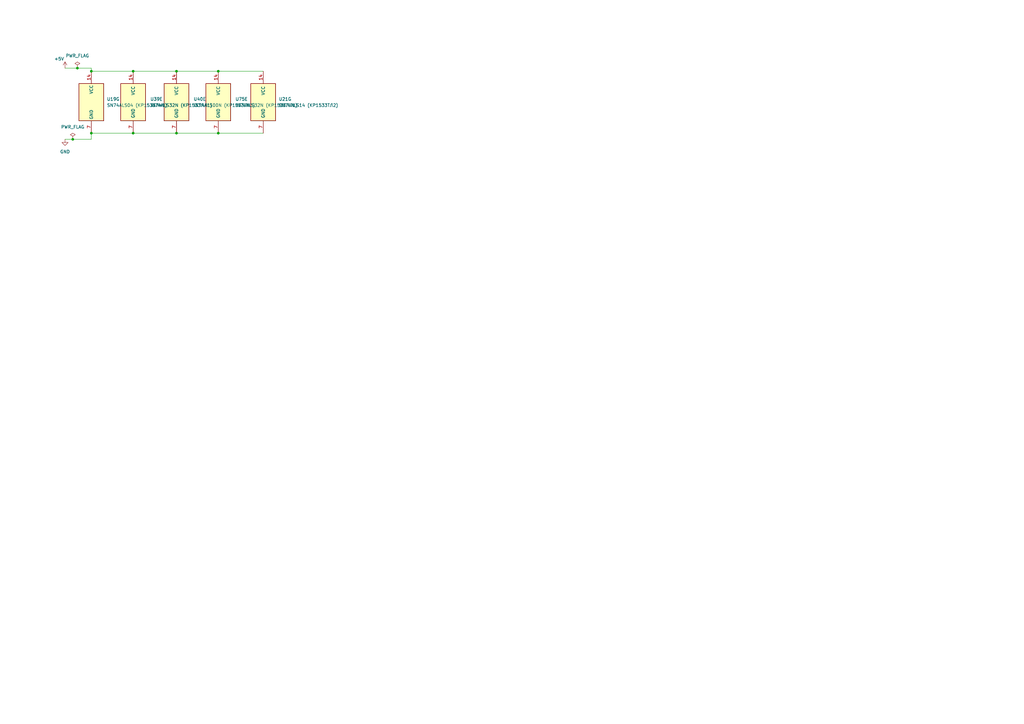
<source format=kicad_sch>
(kicad_sch (version 20211123) (generator eeschema)
  (paper "A3")
  (title_block (comment 2 "Евстафьев"))
  (lib_symbols
    (symbol "74xx:74LS00" (pin_names (offset 1.016))
      (property "Reference" "U" (at 0 1.27 0))
      (property "Value" "74LS00" (at 0 -1.27 0))
      (symbol "74LS00_1_1"
        (arc (start 0 -3.81) (mid 3.81 0) (end 0 3.81) (stroke (width 0.254)) (fill (type background)))
        (polyline (pts (xy 0 3.81) (xy -3.81 3.81) (xy -3.81 -3.81) (xy 0 -3.81)) (stroke (width 0.254)) (fill (type background)))
        (pin input line (at -7.62 2.54 0) (length 3.81) (name "~") (number "1"))
        (pin input line (at -7.62 -2.54 0) (length 3.81) (name "~") (number "2"))
        (pin output inverted (at 7.62 0 180) (length 3.81) (name "~") (number "3"))
      )
      (symbol "74LS00_1_2"
        (arc (start -3.81 -3.81) (mid -2.589 0) (end -3.81 3.81) (stroke (width 0.254)))
        (arc (start -0.6096 -3.81) (mid 2.1842 -2.5851) (end 3.81 0) (stroke (width 0.254)) (fill (type background)))
        (polyline (pts (xy -3.81 -3.81) (xy -0.635 -3.81)) (stroke (width 0.254)) (fill (type background)))
        (polyline (pts (xy -3.81 3.81) (xy -0.635 3.81)) (stroke (width 0.254)) (fill (type background)))
        (polyline (pts (xy -0.635 3.81) (xy -3.81 3.81) (xy -3.81 3.81) (xy -3.556 3.4036) (xy -3.0226 2.2606) (xy -2.6924 1.0414) (xy -2.6162 -0.254) (xy -2.7686 -1.4986) (xy -3.175 -2.7178) (xy -3.81 -3.81) (xy -3.81 -3.81) (xy -0.635 -3.81)) (stroke (width -25.4)) (fill (type background)))
        (arc (start 3.81 0) (mid 2.1915 2.5936) (end -0.6096 3.81) (stroke (width 0.254)) (fill (type background)))
        (pin input inverted (at -7.62 2.54 0) (length 4.318) (name "~") (number "1"))
        (pin input inverted (at -7.62 -2.54 0) (length 4.318) (name "~") (number "2"))
        (pin output line (at 7.62 0 180) (length 3.81) (name "~") (number "3"))
      )
      (symbol "74LS00_2_1"
        (arc (start 0 -3.81) (mid 3.81 0) (end 0 3.81) (stroke (width 0.254)) (fill (type background)))
        (polyline (pts (xy 0 3.81) (xy -3.81 3.81) (xy -3.81 -3.81) (xy 0 -3.81)) (stroke (width 0.254)) (fill (type background)))
        (pin input line (at -7.62 2.54 0) (length 3.81) (name "~") (number "4"))
        (pin input line (at -7.62 -2.54 0) (length 3.81) (name "~") (number "5"))
        (pin output inverted (at 7.62 0 180) (length 3.81) (name "~") (number "6"))
      )
      (symbol "74LS00_2_2"
        (arc (start -3.81 -3.81) (mid -2.589 0) (end -3.81 3.81) (stroke (width 0.254)))
        (arc (start -0.6096 -3.81) (mid 2.1842 -2.5851) (end 3.81 0) (stroke (width 0.254)) (fill (type background)))
        (polyline (pts (xy -3.81 -3.81) (xy -0.635 -3.81)) (stroke (width 0.254)) (fill (type background)))
        (polyline (pts (xy -3.81 3.81) (xy -0.635 3.81)) (stroke (width 0.254)) (fill (type background)))
        (polyline (pts (xy -0.635 3.81) (xy -3.81 3.81) (xy -3.81 3.81) (xy -3.556 3.4036) (xy -3.0226 2.2606) (xy -2.6924 1.0414) (xy -2.6162 -0.254) (xy -2.7686 -1.4986) (xy -3.175 -2.7178) (xy -3.81 -3.81) (xy -3.81 -3.81) (xy -0.635 -3.81)) (stroke (width -25.4)) (fill (type background)))
        (arc (start 3.81 0) (mid 2.1915 2.5936) (end -0.6096 3.81) (stroke (width 0.254)) (fill (type background)))
        (pin input inverted (at -7.62 2.54 0) (length 4.318) (name "~") (number "4"))
        (pin input inverted (at -7.62 -2.54 0) (length 4.318) (name "~") (number "5"))
        (pin output line (at 7.62 0 180) (length 3.81) (name "~") (number "6"))
      )
      (symbol "74LS00_3_1"
        (arc (start 0 -3.81) (mid 3.81 0) (end 0 3.81) (stroke (width 0.254)) (fill (type background)))
        (polyline (pts (xy 0 3.81) (xy -3.81 3.81) (xy -3.81 -3.81) (xy 0 -3.81)) (stroke (width 0.254)) (fill (type background)))
        (pin input line (at -7.62 -2.54 0) (length 3.81) (name "~") (number "10"))
        (pin output inverted (at 7.62 0 180) (length 3.81) (name "~") (number "8"))
        (pin input line (at -7.62 2.54 0) (length 3.81) (name "~") (number "9"))
      )
      (symbol "74LS00_3_2"
        (arc (start -3.81 -3.81) (mid -2.589 0) (end -3.81 3.81) (stroke (width 0.254)))
        (arc (start -0.6096 -3.81) (mid 2.1842 -2.5851) (end 3.81 0) (stroke (width 0.254)) (fill (type background)))
        (polyline (pts (xy -3.81 -3.81) (xy -0.635 -3.81)) (stroke (width 0.254)) (fill (type background)))
        (polyline (pts (xy -3.81 3.81) (xy -0.635 3.81)) (stroke (width 0.254)) (fill (type background)))
        (polyline (pts (xy -0.635 3.81) (xy -3.81 3.81) (xy -3.81 3.81) (xy -3.556 3.4036) (xy -3.0226 2.2606) (xy -2.6924 1.0414) (xy -2.6162 -0.254) (xy -2.7686 -1.4986) (xy -3.175 -2.7178) (xy -3.81 -3.81) (xy -3.81 -3.81) (xy -0.635 -3.81)) (stroke (width -25.4)) (fill (type background)))
        (arc (start 3.81 0) (mid 2.1915 2.5936) (end -0.6096 3.81) (stroke (width 0.254)) (fill (type background)))
        (pin input inverted (at -7.62 -2.54 0) (length 4.318) (name "~") (number "10"))
        (pin output line (at 7.62 0 180) (length 3.81) (name "~") (number "8"))
        (pin input inverted (at -7.62 2.54 0) (length 4.318) (name "~") (number "9"))
      )
      (symbol "74LS00_4_1"
        (arc (start 0 -3.81) (mid 3.81 0) (end 0 3.81) (stroke (width 0.254)) (fill (type background)))
        (polyline (pts (xy 0 3.81) (xy -3.81 3.81) (xy -3.81 -3.81) (xy 0 -3.81)) (stroke (width 0.254)) (fill (type background)))
        (pin output inverted (at 7.62 0 180) (length 3.81) (name "~") (number "11"))
        (pin input line (at -7.62 2.54 0) (length 3.81) (name "~") (number "12"))
        (pin input line (at -7.62 -2.54 0) (length 3.81) (name "~") (number "13"))
      )
      (symbol "74LS00_4_2"
        (arc (start -3.81 -3.81) (mid -2.589 0) (end -3.81 3.81) (stroke (width 0.254)))
        (arc (start -0.6096 -3.81) (mid 2.1842 -2.5851) (end 3.81 0) (stroke (width 0.254)) (fill (type background)))
        (polyline (pts (xy -3.81 -3.81) (xy -0.635 -3.81)) (stroke (width 0.254)) (fill (type background)))
        (polyline (pts (xy -3.81 3.81) (xy -0.635 3.81)) (stroke (width 0.254)) (fill (type background)))
        (polyline (pts (xy -0.635 3.81) (xy -3.81 3.81) (xy -3.81 3.81) (xy -3.556 3.4036) (xy -3.0226 2.2606) (xy -2.6924 1.0414) (xy -2.6162 -0.254) (xy -2.7686 -1.4986) (xy -3.175 -2.7178) (xy -3.81 -3.81) (xy -3.81 -3.81) (xy -0.635 -3.81)) (stroke (width -25.4)) (fill (type background)))
        (arc (start 3.81 0) (mid 2.1915 2.5936) (end -0.6096 3.81) (stroke (width 0.254)) (fill (type background)))
        (pin output line (at 7.62 0 180) (length 3.81) (name "~") (number "11"))
        (pin input inverted (at -7.62 2.54 0) (length 4.318) (name "~") (number "12"))
        (pin input inverted (at -7.62 -2.54 0) (length 4.318) (name "~") (number "13"))
      )
      (symbol "74LS00_5_0"
        (pin power_in line (at 0 12.7 270) (length 5.08) (name "VCC") (number "14"))
        (pin power_in line (at 0 -12.7 90) (length 5.08) (name "GND") (number "7"))
      )
      (symbol "74LS00_5_1"
        (rectangle (start -5.08 7.62) (end 5.08 -7.62) (stroke (width 0.254)) (fill (type background)))
      )
    )
    (symbol "74xx:74LS04"
      (property "Reference" "U" (at 0 1.27 0))
      (property "Value" "74LS04" (at 0 -1.27 0))
      (symbol "74LS04_1_0"
        (polyline (pts (xy -3.81 3.81) (xy -3.81 -3.81) (xy 3.81 0) (xy -3.81 3.81)) (stroke (width 0.254)) (fill (type background)))
        (pin input line (at -7.62 0 0) (length 3.81) (name "~") (number "1"))
        (pin output inverted (at 7.62 0 180) (length 3.81) (name "~") (number "2"))
      )
      (symbol "74LS04_2_0"
        (polyline (pts (xy -3.81 3.81) (xy -3.81 -3.81) (xy 3.81 0) (xy -3.81 3.81)) (stroke (width 0.254)) (fill (type background)))
        (pin input line (at -7.62 0 0) (length 3.81) (name "~") (number "3"))
        (pin output inverted (at 7.62 0 180) (length 3.81) (name "~") (number "4"))
      )
      (symbol "74LS04_3_0"
        (polyline (pts (xy -3.81 3.81) (xy -3.81 -3.81) (xy 3.81 0) (xy -3.81 3.81)) (stroke (width 0.254)) (fill (type background)))
        (pin input line (at -7.62 0 0) (length 3.81) (name "~") (number "5"))
        (pin output inverted (at 7.62 0 180) (length 3.81) (name "~") (number "6"))
      )
      (symbol "74LS04_4_0"
        (polyline (pts (xy -3.81 3.81) (xy -3.81 -3.81) (xy 3.81 0) (xy -3.81 3.81)) (stroke (width 0.254)) (fill (type background)))
        (pin output inverted (at 7.62 0 180) (length 3.81) (name "~") (number "8"))
        (pin input line (at -7.62 0 0) (length 3.81) (name "~") (number "9"))
      )
      (symbol "74LS04_5_0"
        (polyline (pts (xy -3.81 3.81) (xy -3.81 -3.81) (xy 3.81 0) (xy -3.81 3.81)) (stroke (width 0.254)) (fill (type background)))
        (pin output inverted (at 7.62 0 180) (length 3.81) (name "~") (number "10"))
        (pin input line (at -7.62 0 0) (length 3.81) (name "~") (number "11"))
      )
      (symbol "74LS04_6_0"
        (polyline (pts (xy -3.81 3.81) (xy -3.81 -3.81) (xy 3.81 0) (xy -3.81 3.81)) (stroke (width 0.254)) (fill (type background)))
        (pin output inverted (at 7.62 0 180) (length 3.81) (name "~") (number "12"))
        (pin input line (at -7.62 0 0) (length 3.81) (name "~") (number "13"))
      )
      (symbol "74LS04_7_0"
        (pin power_in line (at 0 12.7 270) (length 5.08) (name "VCC") (number "14"))
        (pin power_in line (at 0 -12.7 90) (length 5.08) (name "GND") (number "7"))
      )
      (symbol "74LS04_7_1"
        (rectangle (start -5.08 7.62) (end 5.08 -7.62) (stroke (width 0.254)) (fill (type background)))
      )
    )
    (symbol "74xx:74LS14" (pin_names (offset 1.016))
      (property "Reference" "U" (at 0 1.27 0))
      (property "Value" "74LS14" (at 0 -1.27 0))
      (symbol "74LS14_1_0"
        (polyline (pts (xy -3.81 3.81) (xy -3.81 -3.81) (xy 3.81 0) (xy -3.81 3.81)) (stroke (width 0.254)) (fill (type background)))
        (pin input line (at -7.62 0 0) (length 3.81) (name "~") (number "1"))
        (pin output inverted (at 7.62 0 180) (length 3.81) (name "~") (number "2"))
      )
      (symbol "74LS14_1_1"
        (polyline (pts (xy -1.905 -1.27) (xy -1.905 1.27) (xy -0.635 1.27)))
        (polyline (pts (xy -2.54 -1.27) (xy -0.635 -1.27) (xy -0.635 1.27) (xy 0 1.27)))
      )
      (symbol "74LS14_2_0"
        (polyline (pts (xy -3.81 3.81) (xy -3.81 -3.81) (xy 3.81 0) (xy -3.81 3.81)) (stroke (width 0.254)) (fill (type background)))
        (pin input line (at -7.62 0 0) (length 3.81) (name "~") (number "3"))
        (pin output inverted (at 7.62 0 180) (length 3.81) (name "~") (number "4"))
      )
      (symbol "74LS14_2_1"
        (polyline (pts (xy -1.905 -1.27) (xy -1.905 1.27) (xy -0.635 1.27)))
        (polyline (pts (xy -2.54 -1.27) (xy -0.635 -1.27) (xy -0.635 1.27) (xy 0 1.27)))
      )
      (symbol "74LS14_3_0"
        (polyline (pts (xy -3.81 3.81) (xy -3.81 -3.81) (xy 3.81 0) (xy -3.81 3.81)) (stroke (width 0.254)) (fill (type background)))
        (pin input line (at -7.62 0 0) (length 3.81) (name "~") (number "5"))
        (pin output inverted (at 7.62 0 180) (length 3.81) (name "~") (number "6"))
      )
      (symbol "74LS14_3_1"
        (polyline (pts (xy -1.905 -1.27) (xy -1.905 1.27) (xy -0.635 1.27)))
        (polyline (pts (xy -2.54 -1.27) (xy -0.635 -1.27) (xy -0.635 1.27) (xy 0 1.27)))
      )
      (symbol "74LS14_4_0"
        (polyline (pts (xy -3.81 3.81) (xy -3.81 -3.81) (xy 3.81 0) (xy -3.81 3.81)) (stroke (width 0.254)) (fill (type background)))
        (pin output inverted (at 7.62 0 180) (length 3.81) (name "~") (number "8"))
        (pin input line (at -7.62 0 0) (length 3.81) (name "~") (number "9"))
      )
      (symbol "74LS14_4_1"
        (polyline (pts (xy -1.905 -1.27) (xy -1.905 1.27) (xy -0.635 1.27)))
        (polyline (pts (xy -2.54 -1.27) (xy -0.635 -1.27) (xy -0.635 1.27) (xy 0 1.27)))
      )
      (symbol "74LS14_5_0"
        (polyline (pts (xy -3.81 3.81) (xy -3.81 -3.81) (xy 3.81 0) (xy -3.81 3.81)) (stroke (width 0.254)) (fill (type background)))
        (pin output inverted (at 7.62 0 180) (length 3.81) (name "~") (number "10"))
        (pin input line (at -7.62 0 0) (length 3.81) (name "~") (number "11"))
      )
      (symbol "74LS14_5_1"
        (polyline (pts (xy -1.905 -1.27) (xy -1.905 1.27) (xy -0.635 1.27)))
        (polyline (pts (xy -2.54 -1.27) (xy -0.635 -1.27) (xy -0.635 1.27) (xy 0 1.27)))
      )
      (symbol "74LS14_6_0"
        (polyline (pts (xy -3.81 3.81) (xy -3.81 -3.81) (xy 3.81 0) (xy -3.81 3.81)) (stroke (width 0.254)) (fill (type background)))
        (pin output inverted (at 7.62 0 180) (length 3.81) (name "~") (number "12"))
        (pin input line (at -7.62 0 0) (length 3.81) (name "~") (number "13"))
      )
      (symbol "74LS14_6_1"
        (polyline (pts (xy -1.905 -1.27) (xy -1.905 1.27) (xy -0.635 1.27)))
        (polyline (pts (xy -2.54 -1.27) (xy -0.635 -1.27) (xy -0.635 1.27) (xy 0 1.27)))
      )
      (symbol "74LS14_7_0"
        (pin power_in line (at 0 12.7 270) (length 5.08) (name "VCC") (number "14"))
        (pin power_in line (at 0 -12.7 90) (length 5.08) (name "GND") (number "7"))
      )
      (symbol "74LS14_7_1"
        (rectangle (start -5.08 7.62) (end 5.08 -7.62) (stroke (width 0.254)) (fill (type background)))
      )
    )
    (symbol "74xx:74LS32" (pin_names (offset 1.016))
      (property "Reference" "U" (at 0 1.27 0))
      (property "Value" "74LS32" (at 0 -1.27 0))
      (symbol "74LS32_1_1"
        (arc (start -3.81 -3.81) (mid -2.589 0) (end -3.81 3.81) (stroke (width 0.254)))
        (arc (start -0.6096 -3.81) (mid 2.1842 -2.5851) (end 3.81 0) (stroke (width 0.254)) (fill (type background)))
        (polyline (pts (xy -3.81 -3.81) (xy -0.635 -3.81)) (stroke (width 0.254)) (fill (type background)))
        (polyline (pts (xy -3.81 3.81) (xy -0.635 3.81)) (stroke (width 0.254)) (fill (type background)))
        (polyline (pts (xy -0.635 3.81) (xy -3.81 3.81) (xy -3.81 3.81) (xy -3.556 3.4036) (xy -3.0226 2.2606) (xy -2.6924 1.0414) (xy -2.6162 -0.254) (xy -2.7686 -1.4986) (xy -3.175 -2.7178) (xy -3.81 -3.81) (xy -3.81 -3.81) (xy -0.635 -3.81)) (stroke (width -25.4)) (fill (type background)))
        (arc (start 3.81 0) (mid 2.1915 2.5936) (end -0.6096 3.81) (stroke (width 0.254)) (fill (type background)))
        (pin input line (at -7.62 2.54 0) (length 4.318) (name "~") (number "1"))
        (pin input line (at -7.62 -2.54 0) (length 4.318) (name "~") (number "2"))
        (pin output line (at 7.62 0 180) (length 3.81) (name "~") (number "3"))
      )
      (symbol "74LS32_1_2"
        (arc (start 0 -3.81) (mid 3.81 0) (end 0 3.81) (stroke (width 0.254)) (fill (type background)))
        (polyline (pts (xy 0 3.81) (xy -3.81 3.81) (xy -3.81 -3.81) (xy 0 -3.81)) (stroke (width 0.254)) (fill (type background)))
        (pin input inverted (at -7.62 2.54 0) (length 3.81) (name "~") (number "1"))
        (pin input inverted (at -7.62 -2.54 0) (length 3.81) (name "~") (number "2"))
        (pin output inverted (at 7.62 0 180) (length 3.81) (name "~") (number "3"))
      )
      (symbol "74LS32_2_1"
        (arc (start -3.81 -3.81) (mid -2.589 0) (end -3.81 3.81) (stroke (width 0.254)))
        (arc (start -0.6096 -3.81) (mid 2.1842 -2.5851) (end 3.81 0) (stroke (width 0.254)) (fill (type background)))
        (polyline (pts (xy -3.81 -3.81) (xy -0.635 -3.81)) (stroke (width 0.254)) (fill (type background)))
        (polyline (pts (xy -3.81 3.81) (xy -0.635 3.81)) (stroke (width 0.254)) (fill (type background)))
        (polyline (pts (xy -0.635 3.81) (xy -3.81 3.81) (xy -3.81 3.81) (xy -3.556 3.4036) (xy -3.0226 2.2606) (xy -2.6924 1.0414) (xy -2.6162 -0.254) (xy -2.7686 -1.4986) (xy -3.175 -2.7178) (xy -3.81 -3.81) (xy -3.81 -3.81) (xy -0.635 -3.81)) (stroke (width -25.4)) (fill (type background)))
        (arc (start 3.81 0) (mid 2.1915 2.5936) (end -0.6096 3.81) (stroke (width 0.254)) (fill (type background)))
        (pin input line (at -7.62 2.54 0) (length 4.318) (name "~") (number "4"))
        (pin input line (at -7.62 -2.54 0) (length 4.318) (name "~") (number "5"))
        (pin output line (at 7.62 0 180) (length 3.81) (name "~") (number "6"))
      )
      (symbol "74LS32_2_2"
        (arc (start 0 -3.81) (mid 3.81 0) (end 0 3.81) (stroke (width 0.254)) (fill (type background)))
        (polyline (pts (xy 0 3.81) (xy -3.81 3.81) (xy -3.81 -3.81) (xy 0 -3.81)) (stroke (width 0.254)) (fill (type background)))
        (pin input inverted (at -7.62 2.54 0) (length 3.81) (name "~") (number "4"))
        (pin input inverted (at -7.62 -2.54 0) (length 3.81) (name "~") (number "5"))
        (pin output inverted (at 7.62 0 180) (length 3.81) (name "~") (number "6"))
      )
      (symbol "74LS32_3_1"
        (arc (start -3.81 -3.81) (mid -2.589 0) (end -3.81 3.81) (stroke (width 0.254)))
        (arc (start -0.6096 -3.81) (mid 2.1842 -2.5851) (end 3.81 0) (stroke (width 0.254)) (fill (type background)))
        (polyline (pts (xy -3.81 -3.81) (xy -0.635 -3.81)) (stroke (width 0.254)) (fill (type background)))
        (polyline (pts (xy -3.81 3.81) (xy -0.635 3.81)) (stroke (width 0.254)) (fill (type background)))
        (polyline (pts (xy -0.635 3.81) (xy -3.81 3.81) (xy -3.81 3.81) (xy -3.556 3.4036) (xy -3.0226 2.2606) (xy -2.6924 1.0414) (xy -2.6162 -0.254) (xy -2.7686 -1.4986) (xy -3.175 -2.7178) (xy -3.81 -3.81) (xy -3.81 -3.81) (xy -0.635 -3.81)) (stroke (width -25.4)) (fill (type background)))
        (arc (start 3.81 0) (mid 2.1915 2.5936) (end -0.6096 3.81) (stroke (width 0.254)) (fill (type background)))
        (pin input line (at -7.62 -2.54 0) (length 4.318) (name "~") (number "10"))
        (pin output line (at 7.62 0 180) (length 3.81) (name "~") (number "8"))
        (pin input line (at -7.62 2.54 0) (length 4.318) (name "~") (number "9"))
      )
      (symbol "74LS32_3_2"
        (arc (start 0 -3.81) (mid 3.81 0) (end 0 3.81) (stroke (width 0.254)) (fill (type background)))
        (polyline (pts (xy 0 3.81) (xy -3.81 3.81) (xy -3.81 -3.81) (xy 0 -3.81)) (stroke (width 0.254)) (fill (type background)))
        (pin input inverted (at -7.62 -2.54 0) (length 3.81) (name "~") (number "10"))
        (pin output inverted (at 7.62 0 180) (length 3.81) (name "~") (number "8"))
        (pin input inverted (at -7.62 2.54 0) (length 3.81) (name "~") (number "9"))
      )
      (symbol "74LS32_4_1"
        (arc (start -3.81 -3.81) (mid -2.589 0) (end -3.81 3.81) (stroke (width 0.254)))
        (arc (start -0.6096 -3.81) (mid 2.1842 -2.5851) (end 3.81 0) (stroke (width 0.254)) (fill (type background)))
        (polyline (pts (xy -3.81 -3.81) (xy -0.635 -3.81)) (stroke (width 0.254)) (fill (type background)))
        (polyline (pts (xy -3.81 3.81) (xy -0.635 3.81)) (stroke (width 0.254)) (fill (type background)))
        (polyline (pts (xy -0.635 3.81) (xy -3.81 3.81) (xy -3.81 3.81) (xy -3.556 3.4036) (xy -3.0226 2.2606) (xy -2.6924 1.0414) (xy -2.6162 -0.254) (xy -2.7686 -1.4986) (xy -3.175 -2.7178) (xy -3.81 -3.81) (xy -3.81 -3.81) (xy -0.635 -3.81)) (stroke (width -25.4)) (fill (type background)))
        (arc (start 3.81 0) (mid 2.1915 2.5936) (end -0.6096 3.81) (stroke (width 0.254)) (fill (type background)))
        (pin output line (at 7.62 0 180) (length 3.81) (name "~") (number "11"))
        (pin input line (at -7.62 2.54 0) (length 4.318) (name "~") (number "12"))
        (pin input line (at -7.62 -2.54 0) (length 4.318) (name "~") (number "13"))
      )
      (symbol "74LS32_4_2"
        (arc (start 0 -3.81) (mid 3.81 0) (end 0 3.81) (stroke (width 0.254)) (fill (type background)))
        (polyline (pts (xy 0 3.81) (xy -3.81 3.81) (xy -3.81 -3.81) (xy 0 -3.81)) (stroke (width 0.254)) (fill (type background)))
        (pin output inverted (at 7.62 0 180) (length 3.81) (name "~") (number "11"))
        (pin input inverted (at -7.62 2.54 0) (length 3.81) (name "~") (number "12"))
        (pin input inverted (at -7.62 -2.54 0) (length 3.81) (name "~") (number "13"))
      )
      (symbol "74LS32_5_0"
        (pin power_in line (at 0 12.7 270) (length 5.08) (name "VCC") (number "14"))
        (pin power_in line (at 0 -12.7 90) (length 5.08) (name "GND") (number "7"))
      )
      (symbol "74LS32_5_1"
        (rectangle (start -5.08 7.62) (end 5.08 -7.62) (stroke (width 0.254)) (fill (type background)))
      )
    )
    (symbol "power:+5V" (power) (pin_names (offset 0))
      (property "Value" "+5V" (at 0 3.556 0))
      (symbol "+5V_0_1"
        (polyline (pts (xy -0.762 1.27) (xy 0 2.54)))
        (polyline (pts (xy 0 0) (xy 0 2.54)))
        (polyline (pts (xy 0 2.54) (xy 0.762 1.27)))
      )
      (symbol "+5V_1_1"
        (pin power_in line (at 0 0 90) (length 0) hide (name "+5V") (number "1"))
      )
    )
    (symbol "power:GND" (power) (pin_names (offset 0))
      (property "Value" "GND" (at 0 -3.81 0))
      (symbol "GND_0_1"
        (polyline (pts (xy 0 0) (xy 0 -1.27) (xy 1.27 -1.27) (xy 0 -2.54) (xy -1.27 -1.27) (xy 0 -1.27)))
      )
      (symbol "GND_1_1"
        (pin power_in line (at 0 0 270) (length 0) hide (name "GND") (number "1"))
      )
    )
    (symbol "power:PWR_FLAG" (power) (pin_numbers hide) (pin_names (offset 0) hide)
      (property "Value" "PWR_FLAG" (at 0 3.81 0))
      (symbol "PWR_FLAG_0_0"
        (pin power_out line (at 0 0 90) (length 0) (name "pwr") (number "1"))
      )
      (symbol "PWR_FLAG_0_1"
        (polyline (pts (xy 0 0) (xy 0 1.27) (xy -1.016 1.905) (xy 0 2.54) (xy 1.016 1.905) (xy 0 1.27)))
      )
    )
  )
  (junction (at 72.39 54.61))
  (junction (at 37.465 29.21))
  (junction (at 29.845 57.15))
  (junction (at 89.535 54.61))
  (junction (at 54.61 54.61))
  (junction (at 54.61 29.21))
  (junction (at 31.75 27.94))
  (junction (at 72.39 29.21))
  (junction (at 89.535 29.21))
  (junction (at 37.465 54.61))
  (wire (pts (xy 89.535 29.21) (xy 107.95 29.21)))
  (wire (pts (xy 89.535 54.61) (xy 107.95 54.61)))
  (wire (pts (xy 37.465 29.21) (xy 54.61 29.21)))
  (wire (pts (xy 26.67 57.15) (xy 29.845 57.15)))
  (wire (pts (xy 26.67 27.94) (xy 31.75 27.94)))
  (wire (pts (xy 31.75 27.94) (xy 37.465 27.94)))
  (wire (pts (xy 37.465 54.61) (xy 54.61 54.61)))
  (wire (pts (xy 29.845 57.15) (xy 37.465 57.15)))
  (wire (pts (xy 54.61 54.61) (xy 72.39 54.61)))
  (wire (pts (xy 37.465 57.15) (xy 37.465 54.61)))
  (wire (pts (xy 54.61 29.21) (xy 72.39 29.21)))
  (wire (pts (xy 72.39 54.61) (xy 89.535 54.61)))
  (wire (pts (xy 37.465 27.94) (xy 37.465 29.21)))
  (wire (pts (xy 72.39 29.21) (xy 89.535 29.21)))
  (symbol (lib_id "74xx:74LS32") (at 54.61 41.91 0) (unit 5)
    (property "Reference" "U39" (at 61.595 40.6399 0) (effects (justify left)))
    (property "Value" "IN74ALS32N (КР1533ЛЛ1)" (at 61.595 43.1799 0) (effects (justify left)))
    (property "Footprint" "Package_DIP:DIP-14_W7.62mm_Socket_LongPads" (effects hide))
    (property "Datasheet" "http://www.ti.com/lit/gpn/sn74LS32" (effects hide))
  )
  (symbol (lib_id "power:PWR_FLAG") (at 31.75 27.94 0) (unit 1)
    (property "Reference" "#FLG0101" (effects hide))
    (property "Value" "PWR_FLAG" (at 31.75 22.86 0))
  )
  (symbol (lib_id "74xx:74LS14") (at 107.95 41.91 0) (unit 7)
    (property "Reference" "U21" (at 114.3 40.6399 0) (effects (justify left)))
    (property "Value" "SN74ALS14 (КР1533ТЛ2)" (at 114.3 43.1799 0) (effects (justify left)))
    (property "Footprint" "Package_DIP:DIP-14_W7.62mm_Socket_LongPads" (effects hide))
    (property "Datasheet" "http://www.ti.com/lit/gpn/sn74LS14" (effects hide))
  )
  (symbol (lib_id "74xx:74LS04") (at 37.465 41.91 0) (unit 7)
    (property "Reference" "U19" (at 43.815 40.6399 0) (effects (justify left)))
    (property "Value" "SN74ALS04 (КР1533ЛН1)" (at 43.815 43.1799 0) (effects (justify left)))
    (property "Footprint" "Package_DIP:DIP-14_W7.62mm_Socket_LongPads" (effects hide))
    (property "Datasheet" "http://www.ti.com/lit/gpn/sn74LS04" (effects hide))
  )
  (symbol (lib_id "74xx:74LS32") (at 89.535 41.91 0) (unit 5)
    (property "Reference" "U75" (at 96.52 40.6399 0) (effects (justify left)))
    (property "Value" "IN74ALS32N (КР1533ЛЛ1)" (at 96.52 43.1799 0) (effects (justify left)))
    (property "Footprint" "Package_DIP:DIP-14_W7.62mm_Socket_LongPads" (effects hide))
    (property "Datasheet" "http://www.ti.com/lit/gpn/sn74LS32" (effects hide))
  )
  (symbol (lib_id "power:PWR_FLAG") (at 29.845 57.15 0) (unit 1)
    (property "Reference" "#FLG0102" (effects hide))
    (property "Value" "PWR_FLAG" (at 29.845 52.07 0))
  )
  (symbol (lib_id "74xx:74LS00") (at 72.39 41.91 0) (unit 5)
    (property "Reference" "U40" (at 79.375 40.6399 0) (effects (justify left)))
    (property "Value" "IN74ALS00N (КР1533ЛА3)" (at 79.375 43.1799 0) (effects (justify left)))
    (property "Footprint" "Package_DIP:DIP-14_W7.62mm_Socket_LongPads" (effects hide))
    (property "Datasheet" "http://www.ti.com/lit/gpn/sn74ls00" (effects hide))
  )
  (symbol (lib_id "power:GND") (at 26.67 57.15 0) (unit 1)
    (property "Reference" "#PWR0171" (effects hide))
    (property "Value" "GND" (at 26.67 62.23 0))
  )
  (symbol (lib_id "power:+5V") (at 26.67 27.94 0) (unit 1)
    (property "Reference" "#PWR0170" (effects hide))
    (property "Value" "+5V" (at 22.225 24.13 0) (effects (justify left)))
  )
)
</source>
